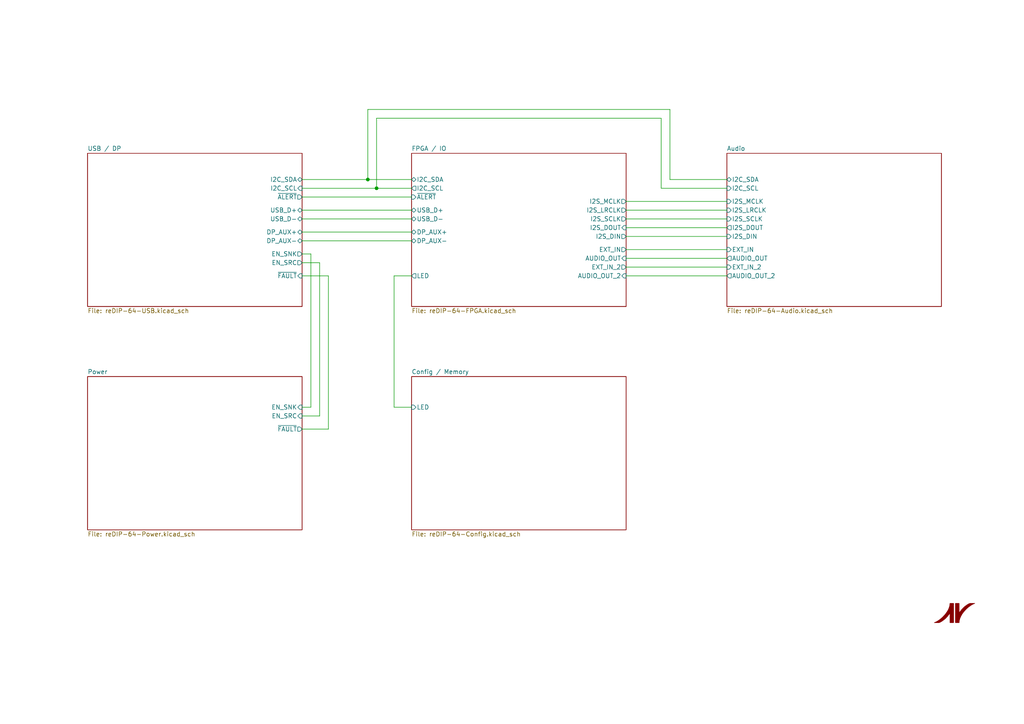
<source format=kicad_sch>
(kicad_sch (version 20210406) (generator eeschema)
  (paper "A4")
  (title_block (title "reDIP 64") (date "2021-05-09") (rev "0.1") (company "Nimrod") (comment 1 "© 2021 Dag Lem") (comment 2 "Licensed under CERN-OHL-S v2 (https://ohwr.org/cern_ohl_s_v2.txt)"))
  (lib_symbols
    (symbol "reDIP:Nimrod-Logo-N" (pin_names (offset 1.016))
      (property "Reference" "#LOGO" (at 0 -1.27 0))
      (property "Value" "Nimrod-Logo-N" (at 0 1.27 0))
      (symbol "Nimrod-Logo-N_0_1"
        (polyline (pts (xy -1.3208 2.794) (xy -1.3208 2.7686) (xy -1.3462 2.5654) (xy -1.3716 2.3622) (xy -1.397 2.159) (xy -1.4478 1.9558) (xy -1.4986 1.7526) (xy -1.5748 1.5494) (xy -1.651 1.3462) (xy -1.7272 1.143) (xy -1.8288 0.9398) (xy -1.9304 0.7366) (xy -2.0574 0.5334) (xy -2.1844 0.3302) (xy -2.3114 0.1524) (xy -2.4384 -0.0508) (xy -2.5908 -0.2286) (xy -2.7178 -0.4064) (xy -2.8702 -0.5842) (xy -3.048 -0.762) (xy -3.2004 -0.9398) (xy -3.3528 -1.0922) (xy -3.5306 -1.27) (xy -3.7084 -1.4224) (xy -3.8608 -1.5748) (xy -4.0386 -1.7018) (xy -4.2164 -1.8542) (xy -4.3942 -1.9812) (xy -4.572 -2.1082) (xy -4.7244 -2.2098) (xy -4.9022 -2.3368) (xy -5.08 -2.4384) (xy -5.2324 -2.5146) (xy -5.4102 -2.6162) (xy -5.5626 -2.667) (xy -5.715 -2.7432) (xy -5.8674 -2.794) (xy -5.7912 -2.794) (xy -5.588 -2.794) (xy -5.3086 -2.794) (xy -5.0038 -2.794) (xy -4.7498 -2.794) (xy -4.5466 -2.794) (xy -4.4704 -2.794) (xy -4.2926 -2.7178) (xy -4.1148 -2.6416) (xy -3.937 -2.54) (xy -3.7592 -2.4384) (xy -3.5814 -2.3114) (xy -3.4036 -2.1844) (xy -3.2258 -2.0574) (xy -3.048 -1.9304) (xy -2.8702 -1.778) (xy -2.6924 -1.6256) (xy -2.5146 -1.4732) (xy -2.3622 -1.2954) (xy -2.2098 -1.1176) (xy -2.032 -0.9398) (xy -1.8796 -0.762) (xy -1.7526 -0.5588) (xy -1.6002 -0.381) (xy -1.4732 -0.1778) (xy -1.3208 0.0254) (xy -1.3208 -2.794) (xy -0.2794 -2.794) (xy -0.2794 2.794) (xy -1.3208 2.794)) (fill (type outline)))
        (polyline (pts (xy 4.445 2.794) (xy 4.2672 2.7178) (xy 4.0894 2.6416) (xy 3.9116 2.54) (xy 3.7338 2.4384) (xy 3.556 2.3114) (xy 3.3782 2.1844) (xy 3.2004 2.0574) (xy 3.0226 1.9304) (xy 2.8448 1.778) (xy 2.6924 1.6256) (xy 2.5146 1.4732) (xy 2.3622 1.2954) (xy 2.1844 1.1176) (xy 2.032 0.9398) (xy 1.8796 0.762) (xy 1.7272 0.5588) (xy 1.6002 0.381) (xy 1.4478 0.1778) (xy 1.3208 -0.0254) (xy 1.3208 2.794) (xy 0.254 2.794) (xy 0.254 -2.794) (xy 1.3208 -2.794) (xy 1.3208 -2.7686) (xy 1.3462 -2.5654) (xy 1.3462 -2.3622) (xy 1.397 -2.159) (xy 1.4478 -1.9558) (xy 1.4986 -1.7526) (xy 1.5494 -1.5494) (xy 1.651 -1.3462) (xy 1.7272 -1.143) (xy 1.8288 -0.9398) (xy 1.9304 -0.7366) (xy 2.0574 -0.5334) (xy 2.159 -0.3302) (xy 2.286 -0.1524) (xy 2.4384 0.0508) (xy 2.5654 0.2286) (xy 2.7178 0.4064) (xy 2.8702 0.5842) (xy 3.0226 0.762) (xy 3.2004 0.9398) (xy 3.3528 1.1176) (xy 3.5306 1.27) (xy 3.683 1.4224) (xy 3.8608 1.5748) (xy 4.0386 1.7272) (xy 4.2164 1.8542) (xy 4.3942 1.9812) (xy 4.572 2.1082) (xy 4.7244 2.2098) (xy 4.9022 2.3368) (xy 5.08 2.4384) (xy 5.2324 2.5146) (xy 5.4102 2.6162) (xy 5.5626 2.667) (xy 5.715 2.7432) (xy 5.8674 2.794) (xy 5.7912 2.794) (xy 5.588 2.794) (xy 5.3086 2.794) (xy 5.0038 2.794) (xy 4.7244 2.794) (xy 4.5212 2.794) (xy 4.445 2.794)) (fill (type outline)))
      )
    )
  )
  (junction (at 106.68 52.07) (diameter 0.9144))
  (junction (at 109.22 54.61) (diameter 0.9144))
  (wire (pts (xy 87.63 52.07) (xy 106.68 52.07)))
  (wire (pts (xy 87.63 54.61) (xy 109.22 54.61)))
  (wire (pts (xy 87.63 57.15) (xy 119.38 57.15)))
  (wire (pts (xy 87.63 60.96) (xy 119.38 60.96)))
  (wire (pts (xy 87.63 63.5) (xy 119.38 63.5)))
  (wire (pts (xy 87.63 67.31) (xy 119.38 67.31)))
  (wire (pts (xy 87.63 69.85) (xy 119.38 69.85)))
  (wire (pts (xy 90.17 73.66) (xy 87.63 73.66)))
  (wire (pts (xy 90.17 73.66) (xy 90.17 118.11)))
  (wire (pts (xy 90.17 118.11) (xy 87.63 118.11)))
  (wire (pts (xy 92.71 76.2) (xy 87.63 76.2)))
  (wire (pts (xy 92.71 76.2) (xy 92.71 120.65)))
  (wire (pts (xy 92.71 120.65) (xy 87.63 120.65)))
  (wire (pts (xy 95.25 80.01) (xy 87.63 80.01)))
  (wire (pts (xy 95.25 80.01) (xy 95.25 124.46)))
  (wire (pts (xy 95.25 124.46) (xy 87.63 124.46)))
  (wire (pts (xy 106.68 31.75) (xy 194.31 31.75)))
  (wire (pts (xy 106.68 52.07) (xy 106.68 31.75)))
  (wire (pts (xy 106.68 52.07) (xy 119.38 52.07)))
  (wire (pts (xy 109.22 34.29) (xy 191.77 34.29)))
  (wire (pts (xy 109.22 54.61) (xy 109.22 34.29)))
  (wire (pts (xy 109.22 54.61) (xy 119.38 54.61)))
  (wire (pts (xy 114.3 80.01) (xy 114.3 118.11)))
  (wire (pts (xy 114.3 118.11) (xy 119.38 118.11)))
  (wire (pts (xy 119.38 80.01) (xy 114.3 80.01)))
  (wire (pts (xy 181.61 58.42) (xy 210.82 58.42)))
  (wire (pts (xy 181.61 60.96) (xy 210.82 60.96)))
  (wire (pts (xy 181.61 63.5) (xy 210.82 63.5)))
  (wire (pts (xy 181.61 66.04) (xy 210.82 66.04)))
  (wire (pts (xy 181.61 68.58) (xy 210.82 68.58)))
  (wire (pts (xy 181.61 72.39) (xy 210.82 72.39)))
  (wire (pts (xy 181.61 74.93) (xy 210.82 74.93)))
  (wire (pts (xy 181.61 77.47) (xy 210.82 77.47)))
  (wire (pts (xy 181.61 80.01) (xy 210.82 80.01)))
  (wire (pts (xy 191.77 34.29) (xy 191.77 54.61)))
  (wire (pts (xy 191.77 54.61) (xy 210.82 54.61)))
  (wire (pts (xy 194.31 31.75) (xy 194.31 52.07)))
  (wire (pts (xy 194.31 52.07) (xy 210.82 52.07)))
  (symbol (lib_id "reDIP:Nimrod-Logo-N") (at 276.86 177.8 0) (unit 1)
    (property "Reference" "#LOGO1" (effects hide))
    (property "Value" "Nimrod-Logo-N" (effects hide))
  )
  (sheet (at 210.82 44.45) (size 62.23 44.45)
    (property "Sheet name" "Audio" (at 210.82 43.8145 0) (effects (justify left bottom)))
    (property "Sheet file" "reDIP-64-Audio.kicad_sch" (at 210.82 89.4085 0) (effects (justify left top)))
    (pin "I2C_SDA" bidirectional (at 210.82 52.07 180))
    (pin "I2C_SCL" input (at 210.82 54.61 180))
    (pin "I2S_MCLK" input (at 210.82 58.42 180))
    (pin "I2S_LRCLK" input (at 210.82 60.96 180))
    (pin "I2S_SCLK" input (at 210.82 63.5 180))
    (pin "I2S_DOUT" output (at 210.82 66.04 180))
    (pin "I2S_DIN" input (at 210.82 68.58 180))
    (pin "AUDIO_OUT_2" output (at 210.82 80.01 180))
    (pin "AUDIO_OUT" output (at 210.82 74.93 180))
    (pin "EXT_IN_2" input (at 210.82 77.47 180))
    (pin "EXT_IN" input (at 210.82 72.39 180))
  )
  (sheet (at 119.38 109.22) (size 62.23 44.45)
    (property "Sheet name" "Config / Memory" (at 119.38 108.5845 0) (effects (justify left bottom)))
    (property "Sheet file" "reDIP-64-Config.kicad_sch" (at 119.38 154.1785 0) (effects (justify left top)))
    (pin "LED" input (at 119.38 118.11 180))
  )
  (sheet (at 119.38 44.45) (size 62.23 44.45)
    (property "Sheet name" "FPGA / IO" (at 119.38 43.8145 0) (effects (justify left bottom)))
    (property "Sheet file" "reDIP-64-FPGA.kicad_sch" (at 119.38 89.4085 0) (effects (justify left top)))
    (pin "I2C_SDA" bidirectional (at 119.38 52.07 180))
    (pin "I2C_SCL" output (at 119.38 54.61 180))
    (pin "~ALERT~" input (at 119.38 57.15 180))
    (pin "USB_D+" bidirectional (at 119.38 60.96 180))
    (pin "USB_D-" bidirectional (at 119.38 63.5 180))
    (pin "DP_AUX+" bidirectional (at 119.38 67.31 180))
    (pin "DP_AUX-" bidirectional (at 119.38 69.85 180))
    (pin "I2S_MCLK" output (at 181.61 58.42 0))
    (pin "I2S_LRCLK" output (at 181.61 60.96 0))
    (pin "I2S_SCLK" output (at 181.61 63.5 0))
    (pin "I2S_DOUT" input (at 181.61 66.04 0))
    (pin "I2S_DIN" output (at 181.61 68.58 0))
    (pin "AUDIO_OUT_2" input (at 181.61 80.01 0))
    (pin "AUDIO_OUT" input (at 181.61 74.93 0))
    (pin "EXT_IN_2" output (at 181.61 77.47 0))
    (pin "EXT_IN" output (at 181.61 72.39 0))
    (pin "LED" output (at 119.38 80.01 180))
  )
  (sheet (at 25.4 109.22) (size 62.23 44.45)
    (property "Sheet name" "Power" (at 25.4 108.5845 0) (effects (justify left bottom)))
    (property "Sheet file" "reDIP-64-Power.kicad_sch" (at 25.4 154.1785 0) (effects (justify left top)))
    (pin "~FAULT~" output (at 87.63 124.46 0))
    (pin "EN_SNK" input (at 87.63 118.11 0))
    (pin "EN_SRC" input (at 87.63 120.65 0))
  )
  (sheet (at 25.4 44.45) (size 62.23 44.45)
    (property "Sheet name" "USB / DP" (at 25.4 43.8145 0) (effects (justify left bottom)))
    (property "Sheet file" "reDIP-64-USB.kicad_sch" (at 25.4 89.4085 0) (effects (justify left top)))
    (pin "I2C_SDA" bidirectional (at 87.63 52.07 0))
    (pin "I2C_SCL" input (at 87.63 54.61 0))
    (pin "~ALERT~" output (at 87.63 57.15 0))
    (pin "USB_D+" bidirectional (at 87.63 60.96 0))
    (pin "USB_D-" bidirectional (at 87.63 63.5 0))
    (pin "DP_AUX+" bidirectional (at 87.63 67.31 0))
    (pin "DP_AUX-" bidirectional (at 87.63 69.85 0))
    (pin "~FAULT~" input (at 87.63 80.01 0))
    (pin "EN_SNK" output (at 87.63 73.66 0))
    (pin "EN_SRC" output (at 87.63 76.2 0))
  )
)
</source>
